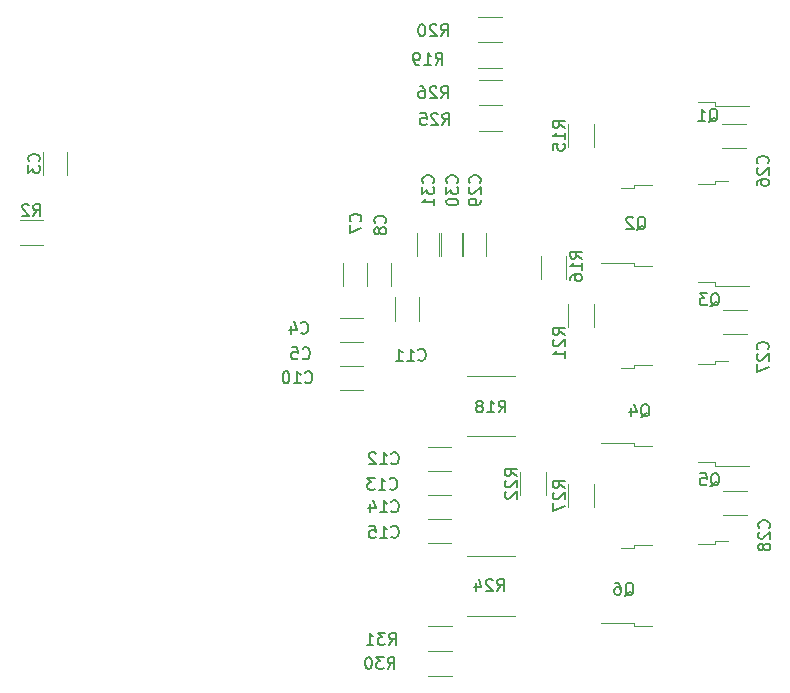
<source format=gbr>
G04 #@! TF.FileFunction,Legend,Bot*
%FSLAX46Y46*%
G04 Gerber Fmt 4.6, Leading zero omitted, Abs format (unit mm)*
G04 Created by KiCad (PCBNEW 4.0.4-stable) date 08/21/17 00:53:09*
%MOMM*%
%LPD*%
G01*
G04 APERTURE LIST*
%ADD10C,0.100000*%
%ADD11C,0.120000*%
%ADD12C,0.150000*%
G04 APERTURE END LIST*
D10*
D11*
X67200500Y38565500D02*
X68700500Y38565500D01*
X68700500Y38565500D02*
X68700500Y38295500D01*
X68700500Y38295500D02*
X71530500Y38295500D01*
X67200500Y31665500D02*
X68700500Y31665500D01*
X68700500Y31665500D02*
X68700500Y31935500D01*
X68700500Y31935500D02*
X69800500Y31935500D01*
X36909500Y35564000D02*
X38909500Y35564000D01*
X38909500Y33524000D02*
X36909500Y33524000D01*
X63355500Y39920500D02*
X61855500Y39920500D01*
X61855500Y39920500D02*
X61855500Y40190500D01*
X61855500Y40190500D02*
X59025500Y40190500D01*
X63355500Y46820500D02*
X61855500Y46820500D01*
X61855500Y46820500D02*
X61855500Y46550500D01*
X61855500Y46550500D02*
X60755500Y46550500D01*
X63355500Y24680500D02*
X61855500Y24680500D01*
X61855500Y24680500D02*
X61855500Y24950500D01*
X61855500Y24950500D02*
X59025500Y24950500D01*
X63355500Y31580500D02*
X61855500Y31580500D01*
X61855500Y31580500D02*
X61855500Y31310500D01*
X61855500Y31310500D02*
X60755500Y31310500D01*
X11807000Y47641000D02*
X11807000Y49641000D01*
X13847000Y49641000D02*
X13847000Y47641000D01*
X36909500Y33532000D02*
X38909500Y33532000D01*
X38909500Y31492000D02*
X36909500Y31492000D01*
X39247000Y40243000D02*
X39247000Y38243000D01*
X37207000Y38243000D02*
X37207000Y40243000D01*
X36909500Y31500000D02*
X38909500Y31500000D01*
X38909500Y29460000D02*
X36909500Y29460000D01*
X41588500Y35322000D02*
X41588500Y37322000D01*
X43628500Y37322000D02*
X43628500Y35322000D01*
X44339000Y24642000D02*
X46339000Y24642000D01*
X46339000Y22602000D02*
X44339000Y22602000D01*
X44339000Y22610000D02*
X46339000Y22610000D01*
X46339000Y20570000D02*
X44339000Y20570000D01*
X44339000Y20578000D02*
X46339000Y20578000D01*
X46339000Y18538000D02*
X44339000Y18538000D01*
X44339000Y18546000D02*
X46339000Y18546000D01*
X46339000Y16506000D02*
X44339000Y16506000D01*
X71307200Y49907000D02*
X69307200Y49907000D01*
X69307200Y51947000D02*
X71307200Y51947000D01*
X47240000Y40783000D02*
X47240000Y42783000D01*
X49280000Y42783000D02*
X49280000Y40783000D01*
X45335000Y40783000D02*
X45335000Y42783000D01*
X47375000Y42783000D02*
X47375000Y40783000D01*
X43430000Y40783000D02*
X43430000Y42783000D01*
X45470000Y42783000D02*
X45470000Y40783000D01*
X67200500Y53805500D02*
X68700500Y53805500D01*
X68700500Y53805500D02*
X68700500Y53535500D01*
X68700500Y53535500D02*
X71530500Y53535500D01*
X67200500Y46905500D02*
X68700500Y46905500D01*
X68700500Y46905500D02*
X68700500Y47175500D01*
X68700500Y47175500D02*
X69800500Y47175500D01*
X67200500Y23325500D02*
X68700500Y23325500D01*
X68700500Y23325500D02*
X68700500Y23055500D01*
X68700500Y23055500D02*
X71530500Y23055500D01*
X67200500Y16425500D02*
X68700500Y16425500D01*
X68700500Y16425500D02*
X68700500Y16695500D01*
X68700500Y16695500D02*
X69800500Y16695500D01*
X63355500Y9440500D02*
X61855500Y9440500D01*
X61855500Y9440500D02*
X61855500Y9710500D01*
X61855500Y9710500D02*
X59025500Y9710500D01*
X63355500Y16340500D02*
X61855500Y16340500D01*
X61855500Y16340500D02*
X61855500Y16070500D01*
X61855500Y16070500D02*
X60755500Y16070500D01*
X9795000Y41729000D02*
X11795000Y41729000D01*
X11795000Y43869000D02*
X9795000Y43869000D01*
X58410500Y49990500D02*
X58410500Y51990500D01*
X56270500Y51990500D02*
X56270500Y49990500D01*
X56061000Y38814500D02*
X56061000Y40814500D01*
X53921000Y40814500D02*
X53921000Y38814500D01*
X48606200Y56740400D02*
X50606200Y56740400D01*
X50606200Y58880400D02*
X48606200Y58880400D01*
X50606200Y61014000D02*
X48606200Y61014000D01*
X48606200Y58874000D02*
X50606200Y58874000D01*
X58410500Y34750500D02*
X58410500Y36750500D01*
X56270500Y36750500D02*
X56270500Y34750500D01*
X52206500Y22526500D02*
X52206500Y20526500D01*
X54346500Y20526500D02*
X54346500Y22526500D01*
X48657000Y51406400D02*
X50657000Y51406400D01*
X50657000Y53546400D02*
X48657000Y53546400D01*
X50657000Y55680000D02*
X48657000Y55680000D01*
X48657000Y53540000D02*
X50657000Y53540000D01*
X58410500Y19510500D02*
X58410500Y21510500D01*
X56270500Y21510500D02*
X56270500Y19510500D01*
X44389800Y5254600D02*
X46389800Y5254600D01*
X46389800Y7394600D02*
X44389800Y7394600D01*
X46389800Y9502800D02*
X44389800Y9502800D01*
X44389800Y7362800D02*
X46389800Y7362800D01*
X51750500Y25590500D02*
X47690500Y25590500D01*
X51750500Y30670500D02*
X47690500Y30670500D01*
X51750500Y10350500D02*
X47690500Y10350500D01*
X51750500Y15430500D02*
X47690500Y15430500D01*
X41279000Y40243000D02*
X41279000Y38243000D01*
X39239000Y38243000D02*
X39239000Y40243000D01*
X71383400Y34209800D02*
X69383400Y34209800D01*
X69383400Y36249800D02*
X71383400Y36249800D01*
X71383400Y18893600D02*
X69383400Y18893600D01*
X69383400Y20933600D02*
X71383400Y20933600D01*
D12*
X68294238Y36536381D02*
X68389476Y36584000D01*
X68484714Y36679238D01*
X68627571Y36822095D01*
X68722810Y36869714D01*
X68818048Y36869714D01*
X68770429Y36631619D02*
X68865667Y36679238D01*
X68960905Y36774476D01*
X69008524Y36964952D01*
X69008524Y37298286D01*
X68960905Y37488762D01*
X68865667Y37584000D01*
X68770429Y37631619D01*
X68579952Y37631619D01*
X68484714Y37584000D01*
X68389476Y37488762D01*
X68341857Y37298286D01*
X68341857Y36964952D01*
X68389476Y36774476D01*
X68484714Y36679238D01*
X68579952Y36631619D01*
X68770429Y36631619D01*
X68008524Y37631619D02*
X67389476Y37631619D01*
X67722810Y37250667D01*
X67579952Y37250667D01*
X67484714Y37203048D01*
X67437095Y37155429D01*
X67389476Y37060190D01*
X67389476Y36822095D01*
X67437095Y36726857D01*
X67484714Y36679238D01*
X67579952Y36631619D01*
X67865667Y36631619D01*
X67960905Y36679238D01*
X68008524Y36726857D01*
X33631166Y34313857D02*
X33678785Y34266238D01*
X33821642Y34218619D01*
X33916880Y34218619D01*
X34059738Y34266238D01*
X34154976Y34361476D01*
X34202595Y34456714D01*
X34250214Y34647190D01*
X34250214Y34790048D01*
X34202595Y34980524D01*
X34154976Y35075762D01*
X34059738Y35171000D01*
X33916880Y35218619D01*
X33821642Y35218619D01*
X33678785Y35171000D01*
X33631166Y35123381D01*
X32774023Y34885286D02*
X32774023Y34218619D01*
X33012119Y35266238D02*
X33250214Y34551952D01*
X32631166Y34551952D01*
X62071238Y43013381D02*
X62166476Y43061000D01*
X62261714Y43156238D01*
X62404571Y43299095D01*
X62499810Y43346714D01*
X62595048Y43346714D01*
X62547429Y43108619D02*
X62642667Y43156238D01*
X62737905Y43251476D01*
X62785524Y43441952D01*
X62785524Y43775286D01*
X62737905Y43965762D01*
X62642667Y44061000D01*
X62547429Y44108619D01*
X62356952Y44108619D01*
X62261714Y44061000D01*
X62166476Y43965762D01*
X62118857Y43775286D01*
X62118857Y43441952D01*
X62166476Y43251476D01*
X62261714Y43156238D01*
X62356952Y43108619D01*
X62547429Y43108619D01*
X61737905Y44013381D02*
X61690286Y44061000D01*
X61595048Y44108619D01*
X61356952Y44108619D01*
X61261714Y44061000D01*
X61214095Y44013381D01*
X61166476Y43918143D01*
X61166476Y43822905D01*
X61214095Y43680048D01*
X61785524Y43108619D01*
X61166476Y43108619D01*
X62388738Y27138381D02*
X62483976Y27186000D01*
X62579214Y27281238D01*
X62722071Y27424095D01*
X62817310Y27471714D01*
X62912548Y27471714D01*
X62864929Y27233619D02*
X62960167Y27281238D01*
X63055405Y27376476D01*
X63103024Y27566952D01*
X63103024Y27900286D01*
X63055405Y28090762D01*
X62960167Y28186000D01*
X62864929Y28233619D01*
X62674452Y28233619D01*
X62579214Y28186000D01*
X62483976Y28090762D01*
X62436357Y27900286D01*
X62436357Y27566952D01*
X62483976Y27376476D01*
X62579214Y27281238D01*
X62674452Y27233619D01*
X62864929Y27233619D01*
X61579214Y27900286D02*
X61579214Y27233619D01*
X61817310Y28281238D02*
X62055405Y27566952D01*
X61436357Y27566952D01*
X11434143Y48807666D02*
X11481762Y48855285D01*
X11529381Y48998142D01*
X11529381Y49093380D01*
X11481762Y49236238D01*
X11386524Y49331476D01*
X11291286Y49379095D01*
X11100810Y49426714D01*
X10957952Y49426714D01*
X10767476Y49379095D01*
X10672238Y49331476D01*
X10577000Y49236238D01*
X10529381Y49093380D01*
X10529381Y48998142D01*
X10577000Y48855285D01*
X10624619Y48807666D01*
X10529381Y48474333D02*
X10529381Y47855285D01*
X10910333Y48188619D01*
X10910333Y48045761D01*
X10957952Y47950523D01*
X11005571Y47902904D01*
X11100810Y47855285D01*
X11338905Y47855285D01*
X11434143Y47902904D01*
X11481762Y47950523D01*
X11529381Y48045761D01*
X11529381Y48331476D01*
X11481762Y48426714D01*
X11434143Y48474333D01*
X33758166Y32154857D02*
X33805785Y32107238D01*
X33948642Y32059619D01*
X34043880Y32059619D01*
X34186738Y32107238D01*
X34281976Y32202476D01*
X34329595Y32297714D01*
X34377214Y32488190D01*
X34377214Y32631048D01*
X34329595Y32821524D01*
X34281976Y32916762D01*
X34186738Y33012000D01*
X34043880Y33059619D01*
X33948642Y33059619D01*
X33805785Y33012000D01*
X33758166Y32964381D01*
X32853404Y33059619D02*
X33329595Y33059619D01*
X33377214Y32583429D01*
X33329595Y32631048D01*
X33234357Y32678667D01*
X32996261Y32678667D01*
X32901023Y32631048D01*
X32853404Y32583429D01*
X32805785Y32488190D01*
X32805785Y32250095D01*
X32853404Y32154857D01*
X32901023Y32107238D01*
X32996261Y32059619D01*
X33234357Y32059619D01*
X33329595Y32107238D01*
X33377214Y32154857D01*
X38647643Y43727666D02*
X38695262Y43775285D01*
X38742881Y43918142D01*
X38742881Y44013380D01*
X38695262Y44156238D01*
X38600024Y44251476D01*
X38504786Y44299095D01*
X38314310Y44346714D01*
X38171452Y44346714D01*
X37980976Y44299095D01*
X37885738Y44251476D01*
X37790500Y44156238D01*
X37742881Y44013380D01*
X37742881Y43918142D01*
X37790500Y43775285D01*
X37838119Y43727666D01*
X37742881Y43394333D02*
X37742881Y42727666D01*
X38742881Y43156238D01*
X33980357Y30122857D02*
X34027976Y30075238D01*
X34170833Y30027619D01*
X34266071Y30027619D01*
X34408929Y30075238D01*
X34504167Y30170476D01*
X34551786Y30265714D01*
X34599405Y30456190D01*
X34599405Y30599048D01*
X34551786Y30789524D01*
X34504167Y30884762D01*
X34408929Y30980000D01*
X34266071Y31027619D01*
X34170833Y31027619D01*
X34027976Y30980000D01*
X33980357Y30932381D01*
X33027976Y30027619D02*
X33599405Y30027619D01*
X33313691Y30027619D02*
X33313691Y31027619D01*
X33408929Y30884762D01*
X33504167Y30789524D01*
X33599405Y30741905D01*
X32408929Y31027619D02*
X32313690Y31027619D01*
X32218452Y30980000D01*
X32170833Y30932381D01*
X32123214Y30837143D01*
X32075595Y30646667D01*
X32075595Y30408571D01*
X32123214Y30218095D01*
X32170833Y30122857D01*
X32218452Y30075238D01*
X32313690Y30027619D01*
X32408929Y30027619D01*
X32504167Y30075238D01*
X32551786Y30122857D01*
X32599405Y30218095D01*
X32647024Y30408571D01*
X32647024Y30646667D01*
X32599405Y30837143D01*
X32551786Y30932381D01*
X32504167Y30980000D01*
X32408929Y31027619D01*
X43568857Y32027857D02*
X43616476Y31980238D01*
X43759333Y31932619D01*
X43854571Y31932619D01*
X43997429Y31980238D01*
X44092667Y32075476D01*
X44140286Y32170714D01*
X44187905Y32361190D01*
X44187905Y32504048D01*
X44140286Y32694524D01*
X44092667Y32789762D01*
X43997429Y32885000D01*
X43854571Y32932619D01*
X43759333Y32932619D01*
X43616476Y32885000D01*
X43568857Y32837381D01*
X42616476Y31932619D02*
X43187905Y31932619D01*
X42902191Y31932619D02*
X42902191Y32932619D01*
X42997429Y32789762D01*
X43092667Y32694524D01*
X43187905Y32646905D01*
X41664095Y31932619D02*
X42235524Y31932619D01*
X41949810Y31932619D02*
X41949810Y32932619D01*
X42045048Y32789762D01*
X42140286Y32694524D01*
X42235524Y32646905D01*
X41282857Y23264857D02*
X41330476Y23217238D01*
X41473333Y23169619D01*
X41568571Y23169619D01*
X41711429Y23217238D01*
X41806667Y23312476D01*
X41854286Y23407714D01*
X41901905Y23598190D01*
X41901905Y23741048D01*
X41854286Y23931524D01*
X41806667Y24026762D01*
X41711429Y24122000D01*
X41568571Y24169619D01*
X41473333Y24169619D01*
X41330476Y24122000D01*
X41282857Y24074381D01*
X40330476Y23169619D02*
X40901905Y23169619D01*
X40616191Y23169619D02*
X40616191Y24169619D01*
X40711429Y24026762D01*
X40806667Y23931524D01*
X40901905Y23883905D01*
X39949524Y24074381D02*
X39901905Y24122000D01*
X39806667Y24169619D01*
X39568571Y24169619D01*
X39473333Y24122000D01*
X39425714Y24074381D01*
X39378095Y23979143D01*
X39378095Y23883905D01*
X39425714Y23741048D01*
X39997143Y23169619D01*
X39378095Y23169619D01*
X41155857Y21105857D02*
X41203476Y21058238D01*
X41346333Y21010619D01*
X41441571Y21010619D01*
X41584429Y21058238D01*
X41679667Y21153476D01*
X41727286Y21248714D01*
X41774905Y21439190D01*
X41774905Y21582048D01*
X41727286Y21772524D01*
X41679667Y21867762D01*
X41584429Y21963000D01*
X41441571Y22010619D01*
X41346333Y22010619D01*
X41203476Y21963000D01*
X41155857Y21915381D01*
X40203476Y21010619D02*
X40774905Y21010619D01*
X40489191Y21010619D02*
X40489191Y22010619D01*
X40584429Y21867762D01*
X40679667Y21772524D01*
X40774905Y21724905D01*
X39870143Y22010619D02*
X39251095Y22010619D01*
X39584429Y21629667D01*
X39441571Y21629667D01*
X39346333Y21582048D01*
X39298714Y21534429D01*
X39251095Y21439190D01*
X39251095Y21201095D01*
X39298714Y21105857D01*
X39346333Y21058238D01*
X39441571Y21010619D01*
X39727286Y21010619D01*
X39822524Y21058238D01*
X39870143Y21105857D01*
X41282857Y19200857D02*
X41330476Y19153238D01*
X41473333Y19105619D01*
X41568571Y19105619D01*
X41711429Y19153238D01*
X41806667Y19248476D01*
X41854286Y19343714D01*
X41901905Y19534190D01*
X41901905Y19677048D01*
X41854286Y19867524D01*
X41806667Y19962762D01*
X41711429Y20058000D01*
X41568571Y20105619D01*
X41473333Y20105619D01*
X41330476Y20058000D01*
X41282857Y20010381D01*
X40330476Y19105619D02*
X40901905Y19105619D01*
X40616191Y19105619D02*
X40616191Y20105619D01*
X40711429Y19962762D01*
X40806667Y19867524D01*
X40901905Y19819905D01*
X39473333Y19772286D02*
X39473333Y19105619D01*
X39711429Y20153238D02*
X39949524Y19438952D01*
X39330476Y19438952D01*
X41282857Y17041857D02*
X41330476Y16994238D01*
X41473333Y16946619D01*
X41568571Y16946619D01*
X41711429Y16994238D01*
X41806667Y17089476D01*
X41854286Y17184714D01*
X41901905Y17375190D01*
X41901905Y17518048D01*
X41854286Y17708524D01*
X41806667Y17803762D01*
X41711429Y17899000D01*
X41568571Y17946619D01*
X41473333Y17946619D01*
X41330476Y17899000D01*
X41282857Y17851381D01*
X40330476Y16946619D02*
X40901905Y16946619D01*
X40616191Y16946619D02*
X40616191Y17946619D01*
X40711429Y17803762D01*
X40806667Y17708524D01*
X40901905Y17660905D01*
X39425714Y17946619D02*
X39901905Y17946619D01*
X39949524Y17470429D01*
X39901905Y17518048D01*
X39806667Y17565667D01*
X39568571Y17565667D01*
X39473333Y17518048D01*
X39425714Y17470429D01*
X39378095Y17375190D01*
X39378095Y17137095D01*
X39425714Y17041857D01*
X39473333Y16994238D01*
X39568571Y16946619D01*
X39806667Y16946619D01*
X39901905Y16994238D01*
X39949524Y17041857D01*
X73128143Y48648857D02*
X73175762Y48696476D01*
X73223381Y48839333D01*
X73223381Y48934571D01*
X73175762Y49077429D01*
X73080524Y49172667D01*
X72985286Y49220286D01*
X72794810Y49267905D01*
X72651952Y49267905D01*
X72461476Y49220286D01*
X72366238Y49172667D01*
X72271000Y49077429D01*
X72223381Y48934571D01*
X72223381Y48839333D01*
X72271000Y48696476D01*
X72318619Y48648857D01*
X72318619Y48267905D02*
X72271000Y48220286D01*
X72223381Y48125048D01*
X72223381Y47886952D01*
X72271000Y47791714D01*
X72318619Y47744095D01*
X72413857Y47696476D01*
X72509095Y47696476D01*
X72651952Y47744095D01*
X73223381Y48315524D01*
X73223381Y47696476D01*
X72223381Y46839333D02*
X72223381Y47029810D01*
X72271000Y47125048D01*
X72318619Y47172667D01*
X72461476Y47267905D01*
X72651952Y47315524D01*
X73032905Y47315524D01*
X73128143Y47267905D01*
X73175762Y47220286D01*
X73223381Y47125048D01*
X73223381Y46934571D01*
X73175762Y46839333D01*
X73128143Y46791714D01*
X73032905Y46744095D01*
X72794810Y46744095D01*
X72699571Y46791714D01*
X72651952Y46839333D01*
X72604333Y46934571D01*
X72604333Y47125048D01*
X72651952Y47220286D01*
X72699571Y47267905D01*
X72794810Y47315524D01*
X48744143Y46997857D02*
X48791762Y47045476D01*
X48839381Y47188333D01*
X48839381Y47283571D01*
X48791762Y47426429D01*
X48696524Y47521667D01*
X48601286Y47569286D01*
X48410810Y47616905D01*
X48267952Y47616905D01*
X48077476Y47569286D01*
X47982238Y47521667D01*
X47887000Y47426429D01*
X47839381Y47283571D01*
X47839381Y47188333D01*
X47887000Y47045476D01*
X47934619Y46997857D01*
X47934619Y46616905D02*
X47887000Y46569286D01*
X47839381Y46474048D01*
X47839381Y46235952D01*
X47887000Y46140714D01*
X47934619Y46093095D01*
X48029857Y46045476D01*
X48125095Y46045476D01*
X48267952Y46093095D01*
X48839381Y46664524D01*
X48839381Y46045476D01*
X48839381Y45569286D02*
X48839381Y45378810D01*
X48791762Y45283571D01*
X48744143Y45235952D01*
X48601286Y45140714D01*
X48410810Y45093095D01*
X48029857Y45093095D01*
X47934619Y45140714D01*
X47887000Y45188333D01*
X47839381Y45283571D01*
X47839381Y45474048D01*
X47887000Y45569286D01*
X47934619Y45616905D01*
X48029857Y45664524D01*
X48267952Y45664524D01*
X48363190Y45616905D01*
X48410810Y45569286D01*
X48458429Y45474048D01*
X48458429Y45283571D01*
X48410810Y45188333D01*
X48363190Y45140714D01*
X48267952Y45093095D01*
X46839143Y46997857D02*
X46886762Y47045476D01*
X46934381Y47188333D01*
X46934381Y47283571D01*
X46886762Y47426429D01*
X46791524Y47521667D01*
X46696286Y47569286D01*
X46505810Y47616905D01*
X46362952Y47616905D01*
X46172476Y47569286D01*
X46077238Y47521667D01*
X45982000Y47426429D01*
X45934381Y47283571D01*
X45934381Y47188333D01*
X45982000Y47045476D01*
X46029619Y46997857D01*
X45934381Y46664524D02*
X45934381Y46045476D01*
X46315333Y46378810D01*
X46315333Y46235952D01*
X46362952Y46140714D01*
X46410571Y46093095D01*
X46505810Y46045476D01*
X46743905Y46045476D01*
X46839143Y46093095D01*
X46886762Y46140714D01*
X46934381Y46235952D01*
X46934381Y46521667D01*
X46886762Y46616905D01*
X46839143Y46664524D01*
X45934381Y45426429D02*
X45934381Y45331190D01*
X45982000Y45235952D01*
X46029619Y45188333D01*
X46124857Y45140714D01*
X46315333Y45093095D01*
X46553429Y45093095D01*
X46743905Y45140714D01*
X46839143Y45188333D01*
X46886762Y45235952D01*
X46934381Y45331190D01*
X46934381Y45426429D01*
X46886762Y45521667D01*
X46839143Y45569286D01*
X46743905Y45616905D01*
X46553429Y45664524D01*
X46315333Y45664524D01*
X46124857Y45616905D01*
X46029619Y45569286D01*
X45982000Y45521667D01*
X45934381Y45426429D01*
X44807143Y46997857D02*
X44854762Y47045476D01*
X44902381Y47188333D01*
X44902381Y47283571D01*
X44854762Y47426429D01*
X44759524Y47521667D01*
X44664286Y47569286D01*
X44473810Y47616905D01*
X44330952Y47616905D01*
X44140476Y47569286D01*
X44045238Y47521667D01*
X43950000Y47426429D01*
X43902381Y47283571D01*
X43902381Y47188333D01*
X43950000Y47045476D01*
X43997619Y46997857D01*
X43902381Y46664524D02*
X43902381Y46045476D01*
X44283333Y46378810D01*
X44283333Y46235952D01*
X44330952Y46140714D01*
X44378571Y46093095D01*
X44473810Y46045476D01*
X44711905Y46045476D01*
X44807143Y46093095D01*
X44854762Y46140714D01*
X44902381Y46235952D01*
X44902381Y46521667D01*
X44854762Y46616905D01*
X44807143Y46664524D01*
X44902381Y45093095D02*
X44902381Y45664524D01*
X44902381Y45378810D02*
X43902381Y45378810D01*
X44045238Y45474048D01*
X44140476Y45569286D01*
X44188095Y45664524D01*
X68167238Y52157381D02*
X68262476Y52205000D01*
X68357714Y52300238D01*
X68500571Y52443095D01*
X68595810Y52490714D01*
X68691048Y52490714D01*
X68643429Y52252619D02*
X68738667Y52300238D01*
X68833905Y52395476D01*
X68881524Y52585952D01*
X68881524Y52919286D01*
X68833905Y53109762D01*
X68738667Y53205000D01*
X68643429Y53252619D01*
X68452952Y53252619D01*
X68357714Y53205000D01*
X68262476Y53109762D01*
X68214857Y52919286D01*
X68214857Y52585952D01*
X68262476Y52395476D01*
X68357714Y52300238D01*
X68452952Y52252619D01*
X68643429Y52252619D01*
X67262476Y52252619D02*
X67833905Y52252619D01*
X67548191Y52252619D02*
X67548191Y53252619D01*
X67643429Y53109762D01*
X67738667Y53014524D01*
X67833905Y52966905D01*
X68294238Y21296381D02*
X68389476Y21344000D01*
X68484714Y21439238D01*
X68627571Y21582095D01*
X68722810Y21629714D01*
X68818048Y21629714D01*
X68770429Y21391619D02*
X68865667Y21439238D01*
X68960905Y21534476D01*
X69008524Y21724952D01*
X69008524Y22058286D01*
X68960905Y22248762D01*
X68865667Y22344000D01*
X68770429Y22391619D01*
X68579952Y22391619D01*
X68484714Y22344000D01*
X68389476Y22248762D01*
X68341857Y22058286D01*
X68341857Y21724952D01*
X68389476Y21534476D01*
X68484714Y21439238D01*
X68579952Y21391619D01*
X68770429Y21391619D01*
X67437095Y22391619D02*
X67913286Y22391619D01*
X67960905Y21915429D01*
X67913286Y21963048D01*
X67818048Y22010667D01*
X67579952Y22010667D01*
X67484714Y21963048D01*
X67437095Y21915429D01*
X67389476Y21820190D01*
X67389476Y21582095D01*
X67437095Y21486857D01*
X67484714Y21439238D01*
X67579952Y21391619D01*
X67818048Y21391619D01*
X67913286Y21439238D01*
X67960905Y21486857D01*
X61055238Y12025381D02*
X61150476Y12073000D01*
X61245714Y12168238D01*
X61388571Y12311095D01*
X61483810Y12358714D01*
X61579048Y12358714D01*
X61531429Y12120619D02*
X61626667Y12168238D01*
X61721905Y12263476D01*
X61769524Y12453952D01*
X61769524Y12787286D01*
X61721905Y12977762D01*
X61626667Y13073000D01*
X61531429Y13120619D01*
X61340952Y13120619D01*
X61245714Y13073000D01*
X61150476Y12977762D01*
X61102857Y12787286D01*
X61102857Y12453952D01*
X61150476Y12263476D01*
X61245714Y12168238D01*
X61340952Y12120619D01*
X61531429Y12120619D01*
X60245714Y13120619D02*
X60436191Y13120619D01*
X60531429Y13073000D01*
X60579048Y13025381D01*
X60674286Y12882524D01*
X60721905Y12692048D01*
X60721905Y12311095D01*
X60674286Y12215857D01*
X60626667Y12168238D01*
X60531429Y12120619D01*
X60340952Y12120619D01*
X60245714Y12168238D01*
X60198095Y12215857D01*
X60150476Y12311095D01*
X60150476Y12549190D01*
X60198095Y12644429D01*
X60245714Y12692048D01*
X60340952Y12739667D01*
X60531429Y12739667D01*
X60626667Y12692048D01*
X60674286Y12644429D01*
X60721905Y12549190D01*
X10961666Y44196619D02*
X11295000Y44672810D01*
X11533095Y44196619D02*
X11533095Y45196619D01*
X11152142Y45196619D01*
X11056904Y45149000D01*
X11009285Y45101381D01*
X10961666Y45006143D01*
X10961666Y44863286D01*
X11009285Y44768048D01*
X11056904Y44720429D01*
X11152142Y44672810D01*
X11533095Y44672810D01*
X10580714Y45101381D02*
X10533095Y45149000D01*
X10437857Y45196619D01*
X10199761Y45196619D01*
X10104523Y45149000D01*
X10056904Y45101381D01*
X10009285Y45006143D01*
X10009285Y44910905D01*
X10056904Y44768048D01*
X10628333Y44196619D01*
X10009285Y44196619D01*
X55942881Y51633357D02*
X55466690Y51966691D01*
X55942881Y52204786D02*
X54942881Y52204786D01*
X54942881Y51823833D01*
X54990500Y51728595D01*
X55038119Y51680976D01*
X55133357Y51633357D01*
X55276214Y51633357D01*
X55371452Y51680976D01*
X55419071Y51728595D01*
X55466690Y51823833D01*
X55466690Y52204786D01*
X55942881Y50680976D02*
X55942881Y51252405D01*
X55942881Y50966691D02*
X54942881Y50966691D01*
X55085738Y51061929D01*
X55180976Y51157167D01*
X55228595Y51252405D01*
X54942881Y49776214D02*
X54942881Y50252405D01*
X55419071Y50300024D01*
X55371452Y50252405D01*
X55323833Y50157167D01*
X55323833Y49919071D01*
X55371452Y49823833D01*
X55419071Y49776214D01*
X55514310Y49728595D01*
X55752405Y49728595D01*
X55847643Y49776214D01*
X55895262Y49823833D01*
X55942881Y49919071D01*
X55942881Y50157167D01*
X55895262Y50252405D01*
X55847643Y50300024D01*
X57411881Y40584357D02*
X56935690Y40917691D01*
X57411881Y41155786D02*
X56411881Y41155786D01*
X56411881Y40774833D01*
X56459500Y40679595D01*
X56507119Y40631976D01*
X56602357Y40584357D01*
X56745214Y40584357D01*
X56840452Y40631976D01*
X56888071Y40679595D01*
X56935690Y40774833D01*
X56935690Y41155786D01*
X57411881Y39631976D02*
X57411881Y40203405D01*
X57411881Y39917691D02*
X56411881Y39917691D01*
X56554738Y40012929D01*
X56649976Y40108167D01*
X56697595Y40203405D01*
X56411881Y38774833D02*
X56411881Y38965310D01*
X56459500Y39060548D01*
X56507119Y39108167D01*
X56649976Y39203405D01*
X56840452Y39251024D01*
X57221405Y39251024D01*
X57316643Y39203405D01*
X57364262Y39155786D01*
X57411881Y39060548D01*
X57411881Y38870071D01*
X57364262Y38774833D01*
X57316643Y38727214D01*
X57221405Y38679595D01*
X56983310Y38679595D01*
X56888071Y38727214D01*
X56840452Y38774833D01*
X56792833Y38870071D01*
X56792833Y39060548D01*
X56840452Y39155786D01*
X56888071Y39203405D01*
X56983310Y39251024D01*
X45016657Y57002419D02*
X45349991Y57478610D01*
X45588086Y57002419D02*
X45588086Y58002419D01*
X45207133Y58002419D01*
X45111895Y57954800D01*
X45064276Y57907181D01*
X45016657Y57811943D01*
X45016657Y57669086D01*
X45064276Y57573848D01*
X45111895Y57526229D01*
X45207133Y57478610D01*
X45588086Y57478610D01*
X44064276Y57002419D02*
X44635705Y57002419D01*
X44349991Y57002419D02*
X44349991Y58002419D01*
X44445229Y57859562D01*
X44540467Y57764324D01*
X44635705Y57716705D01*
X43588086Y57002419D02*
X43397610Y57002419D01*
X43302371Y57050038D01*
X43254752Y57097657D01*
X43159514Y57240514D01*
X43111895Y57430990D01*
X43111895Y57811943D01*
X43159514Y57907181D01*
X43207133Y57954800D01*
X43302371Y58002419D01*
X43492848Y58002419D01*
X43588086Y57954800D01*
X43635705Y57907181D01*
X43683324Y57811943D01*
X43683324Y57573848D01*
X43635705Y57478610D01*
X43588086Y57430990D01*
X43492848Y57383371D01*
X43302371Y57383371D01*
X43207133Y57430990D01*
X43159514Y57478610D01*
X43111895Y57573848D01*
X45473857Y59415419D02*
X45807191Y59891610D01*
X46045286Y59415419D02*
X46045286Y60415419D01*
X45664333Y60415419D01*
X45569095Y60367800D01*
X45521476Y60320181D01*
X45473857Y60224943D01*
X45473857Y60082086D01*
X45521476Y59986848D01*
X45569095Y59939229D01*
X45664333Y59891610D01*
X46045286Y59891610D01*
X45092905Y60320181D02*
X45045286Y60367800D01*
X44950048Y60415419D01*
X44711952Y60415419D01*
X44616714Y60367800D01*
X44569095Y60320181D01*
X44521476Y60224943D01*
X44521476Y60129705D01*
X44569095Y59986848D01*
X45140524Y59415419D01*
X44521476Y59415419D01*
X43902429Y60415419D02*
X43807190Y60415419D01*
X43711952Y60367800D01*
X43664333Y60320181D01*
X43616714Y60224943D01*
X43569095Y60034467D01*
X43569095Y59796371D01*
X43616714Y59605895D01*
X43664333Y59510657D01*
X43711952Y59463038D01*
X43807190Y59415419D01*
X43902429Y59415419D01*
X43997667Y59463038D01*
X44045286Y59510657D01*
X44092905Y59605895D01*
X44140524Y59796371D01*
X44140524Y60034467D01*
X44092905Y60224943D01*
X44045286Y60320181D01*
X43997667Y60367800D01*
X43902429Y60415419D01*
X55951381Y34107357D02*
X55475190Y34440691D01*
X55951381Y34678786D02*
X54951381Y34678786D01*
X54951381Y34297833D01*
X54999000Y34202595D01*
X55046619Y34154976D01*
X55141857Y34107357D01*
X55284714Y34107357D01*
X55379952Y34154976D01*
X55427571Y34202595D01*
X55475190Y34297833D01*
X55475190Y34678786D01*
X55046619Y33726405D02*
X54999000Y33678786D01*
X54951381Y33583548D01*
X54951381Y33345452D01*
X54999000Y33250214D01*
X55046619Y33202595D01*
X55141857Y33154976D01*
X55237095Y33154976D01*
X55379952Y33202595D01*
X55951381Y33774024D01*
X55951381Y33154976D01*
X55951381Y32202595D02*
X55951381Y32774024D01*
X55951381Y32488310D02*
X54951381Y32488310D01*
X55094238Y32583548D01*
X55189476Y32678786D01*
X55237095Y32774024D01*
X51887381Y22169357D02*
X51411190Y22502691D01*
X51887381Y22740786D02*
X50887381Y22740786D01*
X50887381Y22359833D01*
X50935000Y22264595D01*
X50982619Y22216976D01*
X51077857Y22169357D01*
X51220714Y22169357D01*
X51315952Y22216976D01*
X51363571Y22264595D01*
X51411190Y22359833D01*
X51411190Y22740786D01*
X50982619Y21788405D02*
X50935000Y21740786D01*
X50887381Y21645548D01*
X50887381Y21407452D01*
X50935000Y21312214D01*
X50982619Y21264595D01*
X51077857Y21216976D01*
X51173095Y21216976D01*
X51315952Y21264595D01*
X51887381Y21836024D01*
X51887381Y21216976D01*
X50982619Y20836024D02*
X50935000Y20788405D01*
X50887381Y20693167D01*
X50887381Y20455071D01*
X50935000Y20359833D01*
X50982619Y20312214D01*
X51077857Y20264595D01*
X51173095Y20264595D01*
X51315952Y20312214D01*
X51887381Y20883643D01*
X51887381Y20264595D01*
X45600857Y51897019D02*
X45934191Y52373210D01*
X46172286Y51897019D02*
X46172286Y52897019D01*
X45791333Y52897019D01*
X45696095Y52849400D01*
X45648476Y52801781D01*
X45600857Y52706543D01*
X45600857Y52563686D01*
X45648476Y52468448D01*
X45696095Y52420829D01*
X45791333Y52373210D01*
X46172286Y52373210D01*
X45219905Y52801781D02*
X45172286Y52849400D01*
X45077048Y52897019D01*
X44838952Y52897019D01*
X44743714Y52849400D01*
X44696095Y52801781D01*
X44648476Y52706543D01*
X44648476Y52611305D01*
X44696095Y52468448D01*
X45267524Y51897019D01*
X44648476Y51897019D01*
X43743714Y52897019D02*
X44219905Y52897019D01*
X44267524Y52420829D01*
X44219905Y52468448D01*
X44124667Y52516067D01*
X43886571Y52516067D01*
X43791333Y52468448D01*
X43743714Y52420829D01*
X43696095Y52325590D01*
X43696095Y52087495D01*
X43743714Y51992257D01*
X43791333Y51944638D01*
X43886571Y51897019D01*
X44124667Y51897019D01*
X44219905Y51944638D01*
X44267524Y51992257D01*
X45473857Y54157619D02*
X45807191Y54633810D01*
X46045286Y54157619D02*
X46045286Y55157619D01*
X45664333Y55157619D01*
X45569095Y55110000D01*
X45521476Y55062381D01*
X45473857Y54967143D01*
X45473857Y54824286D01*
X45521476Y54729048D01*
X45569095Y54681429D01*
X45664333Y54633810D01*
X46045286Y54633810D01*
X45092905Y55062381D02*
X45045286Y55110000D01*
X44950048Y55157619D01*
X44711952Y55157619D01*
X44616714Y55110000D01*
X44569095Y55062381D01*
X44521476Y54967143D01*
X44521476Y54871905D01*
X44569095Y54729048D01*
X45140524Y54157619D01*
X44521476Y54157619D01*
X43664333Y55157619D02*
X43854810Y55157619D01*
X43950048Y55110000D01*
X43997667Y55062381D01*
X44092905Y54919524D01*
X44140524Y54729048D01*
X44140524Y54348095D01*
X44092905Y54252857D01*
X44045286Y54205238D01*
X43950048Y54157619D01*
X43759571Y54157619D01*
X43664333Y54205238D01*
X43616714Y54252857D01*
X43569095Y54348095D01*
X43569095Y54586190D01*
X43616714Y54681429D01*
X43664333Y54729048D01*
X43759571Y54776667D01*
X43950048Y54776667D01*
X44045286Y54729048D01*
X44092905Y54681429D01*
X44140524Y54586190D01*
X55942881Y21153357D02*
X55466690Y21486691D01*
X55942881Y21724786D02*
X54942881Y21724786D01*
X54942881Y21343833D01*
X54990500Y21248595D01*
X55038119Y21200976D01*
X55133357Y21153357D01*
X55276214Y21153357D01*
X55371452Y21200976D01*
X55419071Y21248595D01*
X55466690Y21343833D01*
X55466690Y21724786D01*
X55038119Y20772405D02*
X54990500Y20724786D01*
X54942881Y20629548D01*
X54942881Y20391452D01*
X54990500Y20296214D01*
X55038119Y20248595D01*
X55133357Y20200976D01*
X55228595Y20200976D01*
X55371452Y20248595D01*
X55942881Y20820024D01*
X55942881Y20200976D01*
X54942881Y19867643D02*
X54942881Y19200976D01*
X55942881Y19629548D01*
X40952657Y5846819D02*
X41285991Y6323010D01*
X41524086Y5846819D02*
X41524086Y6846819D01*
X41143133Y6846819D01*
X41047895Y6799200D01*
X41000276Y6751581D01*
X40952657Y6656343D01*
X40952657Y6513486D01*
X41000276Y6418248D01*
X41047895Y6370629D01*
X41143133Y6323010D01*
X41524086Y6323010D01*
X40619324Y6846819D02*
X40000276Y6846819D01*
X40333610Y6465867D01*
X40190752Y6465867D01*
X40095514Y6418248D01*
X40047895Y6370629D01*
X40000276Y6275390D01*
X40000276Y6037295D01*
X40047895Y5942057D01*
X40095514Y5894438D01*
X40190752Y5846819D01*
X40476467Y5846819D01*
X40571705Y5894438D01*
X40619324Y5942057D01*
X39381229Y6846819D02*
X39285990Y6846819D01*
X39190752Y6799200D01*
X39143133Y6751581D01*
X39095514Y6656343D01*
X39047895Y6465867D01*
X39047895Y6227771D01*
X39095514Y6037295D01*
X39143133Y5942057D01*
X39190752Y5894438D01*
X39285990Y5846819D01*
X39381229Y5846819D01*
X39476467Y5894438D01*
X39524086Y5942057D01*
X39571705Y6037295D01*
X39619324Y6227771D01*
X39619324Y6465867D01*
X39571705Y6656343D01*
X39524086Y6751581D01*
X39476467Y6799200D01*
X39381229Y6846819D01*
X41079657Y7878819D02*
X41412991Y8355010D01*
X41651086Y7878819D02*
X41651086Y8878819D01*
X41270133Y8878819D01*
X41174895Y8831200D01*
X41127276Y8783581D01*
X41079657Y8688343D01*
X41079657Y8545486D01*
X41127276Y8450248D01*
X41174895Y8402629D01*
X41270133Y8355010D01*
X41651086Y8355010D01*
X40746324Y8878819D02*
X40127276Y8878819D01*
X40460610Y8497867D01*
X40317752Y8497867D01*
X40222514Y8450248D01*
X40174895Y8402629D01*
X40127276Y8307390D01*
X40127276Y8069295D01*
X40174895Y7974057D01*
X40222514Y7926438D01*
X40317752Y7878819D01*
X40603467Y7878819D01*
X40698705Y7926438D01*
X40746324Y7974057D01*
X39174895Y7878819D02*
X39746324Y7878819D01*
X39460610Y7878819D02*
X39460610Y8878819D01*
X39555848Y8735962D01*
X39651086Y8640724D01*
X39746324Y8593105D01*
X50363357Y27551119D02*
X50696691Y28027310D01*
X50934786Y27551119D02*
X50934786Y28551119D01*
X50553833Y28551119D01*
X50458595Y28503500D01*
X50410976Y28455881D01*
X50363357Y28360643D01*
X50363357Y28217786D01*
X50410976Y28122548D01*
X50458595Y28074929D01*
X50553833Y28027310D01*
X50934786Y28027310D01*
X49410976Y27551119D02*
X49982405Y27551119D01*
X49696691Y27551119D02*
X49696691Y28551119D01*
X49791929Y28408262D01*
X49887167Y28313024D01*
X49982405Y28265405D01*
X48839548Y28122548D02*
X48934786Y28170167D01*
X48982405Y28217786D01*
X49030024Y28313024D01*
X49030024Y28360643D01*
X48982405Y28455881D01*
X48934786Y28503500D01*
X48839548Y28551119D01*
X48649071Y28551119D01*
X48553833Y28503500D01*
X48506214Y28455881D01*
X48458595Y28360643D01*
X48458595Y28313024D01*
X48506214Y28217786D01*
X48553833Y28170167D01*
X48649071Y28122548D01*
X48839548Y28122548D01*
X48934786Y28074929D01*
X48982405Y28027310D01*
X49030024Y27932071D01*
X49030024Y27741595D01*
X48982405Y27646357D01*
X48934786Y27598738D01*
X48839548Y27551119D01*
X48649071Y27551119D01*
X48553833Y27598738D01*
X48506214Y27646357D01*
X48458595Y27741595D01*
X48458595Y27932071D01*
X48506214Y28027310D01*
X48553833Y28074929D01*
X48649071Y28122548D01*
X50236357Y12438119D02*
X50569691Y12914310D01*
X50807786Y12438119D02*
X50807786Y13438119D01*
X50426833Y13438119D01*
X50331595Y13390500D01*
X50283976Y13342881D01*
X50236357Y13247643D01*
X50236357Y13104786D01*
X50283976Y13009548D01*
X50331595Y12961929D01*
X50426833Y12914310D01*
X50807786Y12914310D01*
X49855405Y13342881D02*
X49807786Y13390500D01*
X49712548Y13438119D01*
X49474452Y13438119D01*
X49379214Y13390500D01*
X49331595Y13342881D01*
X49283976Y13247643D01*
X49283976Y13152405D01*
X49331595Y13009548D01*
X49903024Y12438119D01*
X49283976Y12438119D01*
X48426833Y13104786D02*
X48426833Y12438119D01*
X48664929Y13485738D02*
X48903024Y12771452D01*
X48283976Y12771452D01*
X40743143Y43600666D02*
X40790762Y43648285D01*
X40838381Y43791142D01*
X40838381Y43886380D01*
X40790762Y44029238D01*
X40695524Y44124476D01*
X40600286Y44172095D01*
X40409810Y44219714D01*
X40266952Y44219714D01*
X40076476Y44172095D01*
X39981238Y44124476D01*
X39886000Y44029238D01*
X39838381Y43886380D01*
X39838381Y43791142D01*
X39886000Y43648285D01*
X39933619Y43600666D01*
X40266952Y43029238D02*
X40219333Y43124476D01*
X40171714Y43172095D01*
X40076476Y43219714D01*
X40028857Y43219714D01*
X39933619Y43172095D01*
X39886000Y43124476D01*
X39838381Y43029238D01*
X39838381Y42838761D01*
X39886000Y42743523D01*
X39933619Y42695904D01*
X40028857Y42648285D01*
X40076476Y42648285D01*
X40171714Y42695904D01*
X40219333Y42743523D01*
X40266952Y42838761D01*
X40266952Y43029238D01*
X40314571Y43124476D01*
X40362190Y43172095D01*
X40457429Y43219714D01*
X40647905Y43219714D01*
X40743143Y43172095D01*
X40790762Y43124476D01*
X40838381Y43029238D01*
X40838381Y42838761D01*
X40790762Y42743523D01*
X40743143Y42695904D01*
X40647905Y42648285D01*
X40457429Y42648285D01*
X40362190Y42695904D01*
X40314571Y42743523D01*
X40266952Y42838761D01*
X73128143Y32900857D02*
X73175762Y32948476D01*
X73223381Y33091333D01*
X73223381Y33186571D01*
X73175762Y33329429D01*
X73080524Y33424667D01*
X72985286Y33472286D01*
X72794810Y33519905D01*
X72651952Y33519905D01*
X72461476Y33472286D01*
X72366238Y33424667D01*
X72271000Y33329429D01*
X72223381Y33186571D01*
X72223381Y33091333D01*
X72271000Y32948476D01*
X72318619Y32900857D01*
X72318619Y32519905D02*
X72271000Y32472286D01*
X72223381Y32377048D01*
X72223381Y32138952D01*
X72271000Y32043714D01*
X72318619Y31996095D01*
X72413857Y31948476D01*
X72509095Y31948476D01*
X72651952Y31996095D01*
X73223381Y32567524D01*
X73223381Y31948476D01*
X72223381Y31615143D02*
X72223381Y30948476D01*
X73223381Y31377048D01*
X73255143Y17787857D02*
X73302762Y17835476D01*
X73350381Y17978333D01*
X73350381Y18073571D01*
X73302762Y18216429D01*
X73207524Y18311667D01*
X73112286Y18359286D01*
X72921810Y18406905D01*
X72778952Y18406905D01*
X72588476Y18359286D01*
X72493238Y18311667D01*
X72398000Y18216429D01*
X72350381Y18073571D01*
X72350381Y17978333D01*
X72398000Y17835476D01*
X72445619Y17787857D01*
X72445619Y17406905D02*
X72398000Y17359286D01*
X72350381Y17264048D01*
X72350381Y17025952D01*
X72398000Y16930714D01*
X72445619Y16883095D01*
X72540857Y16835476D01*
X72636095Y16835476D01*
X72778952Y16883095D01*
X73350381Y17454524D01*
X73350381Y16835476D01*
X72778952Y16264048D02*
X72731333Y16359286D01*
X72683714Y16406905D01*
X72588476Y16454524D01*
X72540857Y16454524D01*
X72445619Y16406905D01*
X72398000Y16359286D01*
X72350381Y16264048D01*
X72350381Y16073571D01*
X72398000Y15978333D01*
X72445619Y15930714D01*
X72540857Y15883095D01*
X72588476Y15883095D01*
X72683714Y15930714D01*
X72731333Y15978333D01*
X72778952Y16073571D01*
X72778952Y16264048D01*
X72826571Y16359286D01*
X72874190Y16406905D01*
X72969429Y16454524D01*
X73159905Y16454524D01*
X73255143Y16406905D01*
X73302762Y16359286D01*
X73350381Y16264048D01*
X73350381Y16073571D01*
X73302762Y15978333D01*
X73255143Y15930714D01*
X73159905Y15883095D01*
X72969429Y15883095D01*
X72874190Y15930714D01*
X72826571Y15978333D01*
X72778952Y16073571D01*
M02*

</source>
